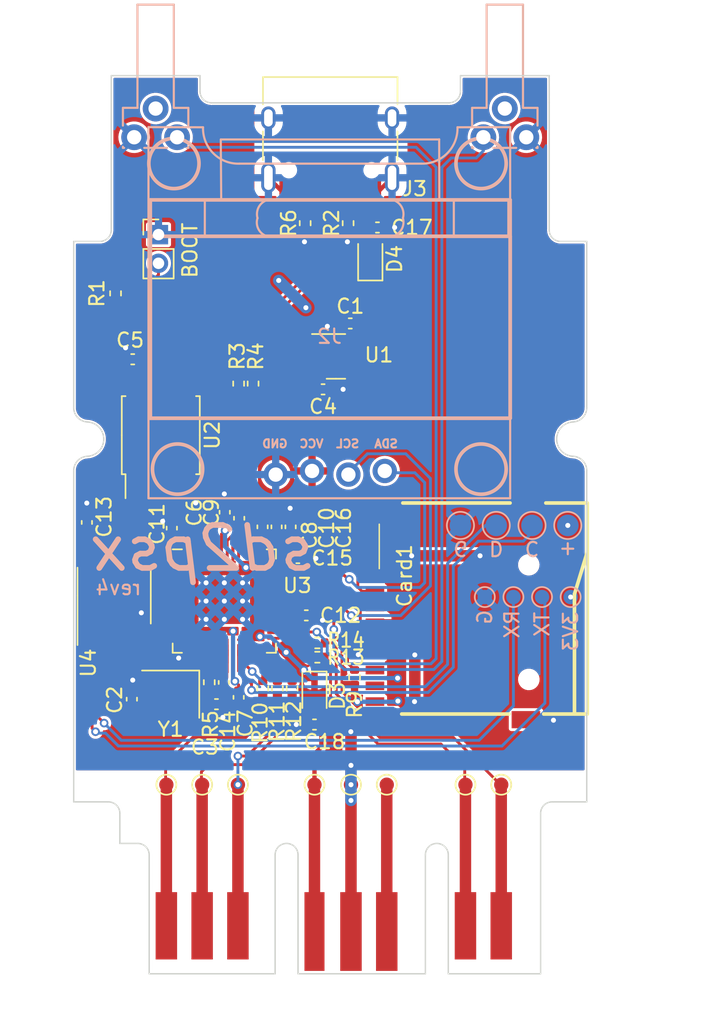
<source format=kicad_pcb>
(kicad_pcb (version 20211014) (generator pcbnew)
  (layers (0 "F.Cu" signal) (31 "B.Cu" signal) (34 "B.Paste" user) (35 "F.Paste" user) (36 "B.SilkS" user "B.Silkscreen") (37 "F.SilkS" user "F.Silkscreen") (38 "B.Mask" user) (39 "F.Mask" user) (44 "Edge.Cuts" user))
  (net 0 "")
  (net 6 "GND")
  (net 7 "+3V3")
  (net 8 "+1V1")
  (net 9 "Net-(R4-Pad2)")
  (net 10 "VBUS")
  (net 11 "Net-(C3-Pad1)")
  (net 12 "Net-(R3-Pad2)")
  (net 13 "SD_MISO")
  (net 14 "SD_CLK")
  (net 15 "SD_MOSI")
  (net 16 "SD_CS")
  (net 18 "Net-(J3-PadA5)")
  (net 19 "D+")
  (net 20 "D-")
  (net 21 "Net-(J3-PadB5)")
  (net 22 "PSX_DAT")
  (net 23 "PSX_CMD")
  (net 24 "PSX_SEL")
  (net 25 "PSX_CLK")
  (net 26 "PSX_ACK")
  (net 27 "XIN")
  (net 28 "XOUT")
  (net 29 "SW1")
  (net 30 "SW2")
  (net 31 "OLED_SCL")
  (net 32 "OLED_SDA")
  (net 33 "QSPI_SS")
  (net 34 "Net-(R1-Pad2)")
  (net 35 "QSPI_SD1")
  (net 36 "QSPI_SD2")
  (net 37 "QSPI_SD0")
  (net 38 "QSPI_SCLK")
  (net 39 "QSPI_SD3")
  (net 40 "SWDIO")
  (net 41 "SWCLK")
  (net 46 "Net-(C1-Pad1)")
  (net 50 "PSX_3.5V")
  (net 51 "PSX_7.5V")
  (net 52 "Net-(R10-Pad2)")
  (net 53 "Net-(R11-Pad2)")
  (net 54 "Net-(R12-Pad2)")
  (net 55 "Net-(R13-Pad2)")
  (net 56 "Net-(R14-Pad2)")
  (net 57 "PSRAM_CS")
  (net 58 "PSRAM_IO1")
  (net 59 "PSRAM_IO2")
  (net 60 "PSRAM_IO0")
  (net 61 "PSRAM_CLK")
  (net 62 "PSRAM_IO3")
  (net 65 "UART_TX")
  (net 66 "UART_RX")
  (footprint "TestPoint:TestPoint_Pad_D1.0mm" (layer "F.Cu") (at 51.85 76)
    (fp_text reference "TP7" hide)
    (fp_text value "TestPoint")
  )
  (footprint "Connector_PinHeader_2.00mm:PinHeader_1x02_P2.00mm_Vertical" (layer "F.Cu") (at 48.8 37.6)
    (fp_text reference "SW3" hide)
    (fp_text value "BOOT")
  )
  (footprint "Resistor_SMD:R_0402_1005Metric" (layer "F.Cu") (at 59.05 36.8 90)
    (fp_text reference "R6")
    (fp_text value "5.1k")
  )
  (footprint "Capacitor_SMD:C_0402_1005Metric" (layer "F.Cu") (at 49.73 58.09 90)
    (fp_text reference "C11")
    (fp_text value "100n")
  )
  (footprint "Capacitor_SMD:C_0402_1005Metric" (layer "F.Cu") (at 47 46.3 180)
    (fp_text reference "C5")
    (fp_text value "100n")
  )
  (footprint "PSX:PlayStation_Memory_Card" (layer "F.Cu") (at 60.8 89.2)
    (fp_text reference "J1")
    (fp_text value "PSX-Memcard")
  )
  (footprint "Capacitor_SMD:C_0402_1005Metric" (layer "F.Cu") (at 54.4375 57.4 90)
    (fp_text reference "C9")
    (fp_text value "100n")
  )
  (footprint "Capacitor_SMD:C_0402_1005Metric" (layer "F.Cu") (at 58.03 58 90)
    (fp_text reference "C16")
    (fp_text value "100n")
  )
  (footprint "Resistor_SMD:R_0402_1005Metric" (layer "F.Cu") (at 62.05 36.8 -90)
    (fp_text reference "R2")
    (fp_text value "5.1k")
  )
  (footprint "TestPoint:TestPoint_Pad_D1.0mm" (layer "F.Cu") (at 62.25 76)
    (fp_text reference "TP4" hide)
    (fp_text value "TestPoint")
  )
  (footprint "Package_SO:SOIC-8_3.9x4.9mm_P1.27mm" (layer "F.Cu") (at 45.7 62.8 90)
    (fp_text reference "U4")
    (fp_text value "LY68L6400SLIT")
  )
  (footprint "Capacitor_SMD:C_0402_1005Metric" (layer "F.Cu") (at 59.1275 64.18)
    (fp_text reference "C12")
    (fp_text value "100n")
  )
  (footprint "Resistor_SMD:R_0402_1005Metric" (layer "F.Cu") (at 55.41 48 -90)
    (fp_text reference "R4")
    (fp_text value "22")
  )
  (footprint "Resistor_SMD:R_0402_1005Metric" (layer "F.Cu") (at 54.4 48 -90)
    (fp_text reference "R3")
    (fp_text value "22")
  )
  (footprint "Capacitor_SMD:C_0402_1005Metric" (layer "F.Cu") (at 54.4 69.9 -90)
    (fp_text reference "C7")
    (fp_text value "100n")
  )
  (footprint "Capacitor_SMD:C_0402_1005Metric" (layer "F.Cu") (at 53.3675 68.86 -90)
    (fp_text reference "C14")
    (fp_text value "100n")
  )
  (footprint "Resistor_SMD:R_0402_1005Metric" (layer "F.Cu") (at 58.1375 69.28 90)
    (fp_text reference "R12")
    (fp_text value "220")
  )
  (footprint "TestPoint:TestPoint_Pad_D1.0mm" (layer "F.Cu") (at 59.7 76)
    (fp_text reference "TP5" hide)
    (fp_text value "TestPoint")
  )
  (footprint "Connector_USB:USB_C_Receptacle_HRO_TYPE-C-31-M-12" (layer "F.Cu") (at 60.8 30.5 180)
    (fp_text reference "J3")
    (fp_text value "USB_C_Receptacle_USB2.0")
  )
  (footprint "Crystal:Crystal_SMD_3225-4Pin_3.2x2.5mm" (layer "F.Cu") (at 49.65 69.68 180)
    (fp_text reference "Y1")
    (fp_text value "12 Mhz")
  )
  (footprint "Diode_SMD:D_SOD-323" (layer "F.Cu") (at 63.6 39.3 90)
    (fp_text reference "D4")
    (fp_text value "1N5819WS")
  )
  (footprint "Capacitor_SMD:C_0402_1005Metric" (layer "F.Cu") (at 52.85 70.380008)
    (fp_text reference "C3")
    (fp_text value "30p")
  )
  (footprint "Capacitor_SMD:C_0402_1005Metric" (layer "F.Cu") (at 57.05 58 90)
    (fp_text reference "C10")
    (fp_text value "1u")
  )
  (footprint "TestPoint:TestPoint_Pad_D1.0mm" (layer "F.Cu") (at 49.35 76)
    (fp_text reference "TP8" hide)
    (fp_text value "TestPoint")
  )
  (footprint "Capacitor_SMD:C_0402_1005Metric" (layer "F.Cu") (at 43.795 57.69 90)
    (fp_text reference "C13")
    (fp_text value "100n")
  )
  (footprint "Resistor_SMD:R_0402_1005Metric" (layer "F.Cu") (at 52.3475 68.85 -90)
    (fp_text reference "R5")
    (fp_text value "1k")
  )
  (footprint "Package_SO:SOIC-8_5.23x5.23mm_P1.27mm" (layer "F.Cu") (at 48.96 51.6 90)
    (fp_text reference "U2")
    (fp_text value "W25Q128JVS")
  )
  (footprint "Capacitor_SMD:C_0402_1005Metric" (layer "F.Cu") (at 59.7 71.8)
    (fp_text reference "C18")
    (fp_text value "4.7u")
  )
  (footprint "RP2040_minimal:RP2040-QFN-56" (layer "F.Cu") (at 53.4 63.18)
    (fp_text reference "U3")
    (fp_text value "RP2040")
  )
  (footprint "Resistor_SMD:R_0402_1005Metric" (layer "F.Cu") (at 59.9 66.1 180)
    (fp_text reference "R14")
    (fp_text value "22")
  )
  (footprint "Capacitor_SMD:C_0402_1005Metric" (layer "F.Cu") (at 64.1 37.1 180)
    (fp_text reference "C17")
    (fp_text value "4.7u")
  )
  (footprint "Resistor_SMD:R_0402_1005Metric" (layer "F.Cu") (at 56.0875 69.28 90)
    (fp_text reference "R10")
    (fp_text value "22")
  )
  (footprint "Capacitor_SMD:C_0402_1005Metric" (layer "F.Cu") (at 53.4275 56.98 90)
    (fp_text reference "C6")
    (fp_text value "100n")
  )
  (footprint "Capacitor_SMD:C_0402_1005Metric" (layer "F.Cu") (at 62.2 43.8 180)
    (fp_text reference "C1")
    (fp_text value "1u")
  )
  (footprint "TestPoint:TestPoint_Pad_D1.0mm" (layer "F.Cu") (at 70.25 76)
    (fp_text reference "TP2" hide)
    (fp_text value "TestPoint")
  )
  (footprint "Resistor_SMD:R_0402_1005Metric" (layer "F.Cu") (at 45.8 41.7 90)
    (fp_text reference "R1")
    (fp_text value "1k")
  )
  (footprint "TestPoint:TestPoint_Pad_D1.0mm" (layer "F.Cu") (at 64.75 76)
    (fp_text reference "TP3" hide)
    (fp_text value "TestPoint")
  )
  (footprint "Resistor_SMD:R_0402_1005Metric" (layer "F.Cu") (at 62.5 68.5 90)
    (fp_text reference "R9")
    (fp_text value "10k")
  )
  (footprint "Diode_SMD:D_SOD-323" (layer "F.Cu") (at 59.7 69.6 -90)
    (fp_text reference "D3")
    (fp_text value "1N5819WS")
  )
  (footprint "kicad_lceda:TF-SMD_TF-01A" (layer "F.Cu") (at 69.2 63.7 90)
    (fp_text reference "Card1")
    (fp_text value "TF-01A")
  )
  (footprint "TestPoint:TestPoint_Pad_D1.0mm" (layer "F.Cu") (at 72.75 76)
    (fp_text reference "TP1" hide)
    (fp_text value "TestPoint")
  )
  (footprint "Capacitor_SMD:C_0402_1005Metric" (layer "F.Cu") (at 46.9375 70.03 90)
    (fp_text reference "C2")
    (fp_text value "30p")
  )
  (footprint "Capacitor_SMD:C_0402_1005Metric" (layer "F.Cu") (at 58.5375 60.18)
    (fp_text reference "C15")
    (fp_text value "100n")
  )
  (footprint "Resistor_SMD:R_0402_1005Metric" (layer "F.Cu") (at 57.1075 69.28 90)
    (fp_text reference "R11")
    (fp_text value "220")
  )
  (footprint "Capacitor_SMD:C_0402_1005Metric" (layer "F.Cu") (at 56.07 58 90)
    (fp_text reference "C8")
    (fp_text value "1u")
  )
  (footprint "Package_TO_SOT_SMD:SOT-23" (layer "F.Cu") (at 61.2 46.1)
    (fp_text reference "U1")
    (fp_text value "XC6206P332MR")
  )
  (footprint "Resistor_SMD:R_0402_1005Metric" (layer "F.Cu") (at 59.9 67.1 180)
    (fp_text reference "R13")
    (fp_text value "220")
  )
  (footprint "TestPoint:TestPoint_Pad_D1.0mm" (layer "F.Cu") (at 54.35 76)
    (fp_text reference "TP6" hide)
    (fp_text value "TestPoint")
  )
  (footprint "Capacitor_SMD:C_0402_1005Metric" (layer "F.Cu") (at 60.3 48.4)
    (fp_text reference "C4")
    (fp_text value "1u")
  )
  (footprint "kicad_lceda:SW-TH_TSC017A10026A" (layer "B.Cu") (at 73 29.8)
    (fp_text reference "SW1" hide)
    (fp_text value locked "USER1")
  )
  (footprint "TestPoint:TestPoint_Pad_D1.5mm" (layer "B.Cu") (at 74.9 57.9 180)
    (fp_text reference "J6" hide)
    (fp_text value "C")
  )
  (footprint "TestPoint:TestPoint_Pad_D1.5mm" (layer "B.Cu") (at 77.4 57.9 180)
    (fp_text reference "J4" hide)
    (fp_text value "+")
  )
  (footprint "TestPoint:TestPoint_Pad_D1.5mm" (layer "B.Cu") (at 72.4 57.9 180)
    (fp_text reference "J5" hide)
    (fp_text value "D")
  )
  (footprint "TestPoint:TestPoint_Pad_D1.0mm" (layer "B.Cu") (at 71.6 62.9 180)
    (fp_text reference "J18" hide)
    (fp_text value "G")
  )
  (footprint "TestPoint:TestPoint_Pad_D1.5mm" (layer "B.Cu") (at 69.9 57.9 180)
    (fp_text reference "J7" hide)
    (fp_text value "G")
  )
  (footprint "TestPoint:TestPoint_Pad_D1.0mm" (layer "B.Cu") (at 73.6 62.9 180)
    (fp_text reference "J9" hide)
    (fp_text value "RX")
  )
  (footprint "kicad_lceda:SSD1306" (layer "B.Cu") (at 60.8 44.7)
    (fp_text reference "J2")
    (fp_text value "OLED")
  )
  (footprint "TestPoint:TestPoint_Pad_D1.0mm" (layer "B.Cu") (at 75.6 62.9 180)
    (fp_text reference "J8" hide)
    (fp_text value "TX")
  )
  (footprint "TestPoint:TestPoint_Pad_D1.0mm" (layer "B.Cu") (at 77.6 62.9 180)
    (fp_text reference "J19" hide)
    (fp_text value "3V3")
  )
  (footprint "kicad_lceda:SW-TH_TSC017A10026A" (layer "B.Cu") (at 48.6 29.8)
    (fp_text reference "SW2" hide)
    (fp_text value "USER2")
  )
  (gr_line (start 76.901 38.075) (end 78.725 38.075) (layer "Edge.Cuts") (width 0.1))
  (gr_line (start 69.05 89.2) (end 69.05 80.9) (layer "Edge.Cuts") (width 0.1))
  (gr_arc (start 78.725 49.677274) (mid 78.44801 50.368154) (end 77.770454 50.676241) (layer "Edge.Cuts") (width 0.1))
  (gr_line (start 67.45 89.2) (end 58.55 89.2) (layer "Edge.Cuts") (width 0.1))
  (gr_arc (start 67.45 80.9) (mid 68.25 80.1) (end 69.05 80.9) (layer "Edge.Cuts") (width 0.1))
  (gr_arc (start 69.89999 27.59999) (mid 69.665671 28.165662) (end 69.09998 28.39999) (layer "Edge.Cuts") (width 0.1))
  (gr_arc (start 47.34999 80.09999) (mid 47.91572 80.334286) (end 48.15001 80.9) (layer "Edge.Cuts") (width 0.1))
  (gr_arc (start 42.87499 54.072727) (mid 43.151985 53.381871) (end 43.82954 53.07376) (layer "Edge.Cuts") (width 0.1))
  (gr_arc (start 76.901 38.075) (mid 76.335281 37.840703) (end 76.101 37.275) (layer "Edge.Cuts") (width 0.1))
  (gr_arc (start 77.770454 53.07376) (mid 76.624997 51.874997) (end 77.770454 50.676241) (layer "Edge.Cuts") (width 0.1))
  (gr_line (start 46.09999 80.09999) (end 46.09999 77.99999) (layer "Edge.Cuts") (width 0.1))
  (gr_line (start 56.95 89.2) (end 48.15 89.2) (layer "Edge.Cuts") (width 0.1))
  (gr_line (start 42.87499 77.19999) (end 42.87499 54.072727) (layer "Edge.Cuts") (width 0.1))
  (gr_arc (start 43.82954 50.67624) (mid 44.974997 51.874997) (end 43.82954 53.07376) (layer "Edge.Cuts") (width 0.1))
  (gr_line (start 76.1 26.5) (end 76.101 28.4) (layer "Edge.Cuts") (width 0.1))
  (gr_arc (start 45.49899 37.27499) (mid 45.264674 37.840659) (end 44.69899 38.07499) (layer "Edge.Cuts") (width 0.1))
  (gr_line (start 48.15 89.2) (end 48.15 80.9) (layer "Edge.Cuts") (width 0.1))
  (gr_line (start 47.34999 80.09999) (end 46.09999 80.09999) (layer "Edge.Cuts") (width 0.1))
  (gr_arc (start 43.82954 50.67624) (mid 43.151977 50.368136) (end 42.87499 49.677274) (layer "Edge.Cuts") (width 0.1))
  (gr_line (start 69.89999 26.5) (end 76.1 26.5) (layer "Edge.Cuts") (width 0.1))
  (gr_line (start 58.55 89.2) (end 58.55 80.9) (layer "Edge.Cuts") (width 0.1))
  (gr_arc (start 56.95 80.9) (mid 57.75 80.1) (end 58.55 80.9) (layer "Edge.Cuts") (width 0.1))
  (gr_line (start 42.87499 49.677274) (end 42.87499 38.07499) (layer "Edge.Cuts") (width 0.1))
  (gr_arc (start 77.770454 53.07376) (mid 78.448019 53.381862) (end 78.725 54.072726) (layer "Edge.Cuts") (width 0.1))
  (gr_line (start 45.49999 26.49999) (end 51.69999 26.49999) (layer "Edge.Cuts") (width 0.1))
  (gr_line (start 78.725 38.075) (end 78.725 49.677274) (layer "Edge.Cuts") (width 0.1))
  (gr_arc (start 75.5 78) (mid 75.734317 77.43433) (end 76.3 77.2) (layer "Edge.Cuts") (width 0.1))
  (gr_line (start 45.29999 77.19999) (end 42.87499 77.19999) (layer "Edge.Cuts") (width 0.1))
  (gr_line (start 52.49999 28.39999) (end 69.09998 28.39999) (layer "Edge.Cuts") (width 0.1))
  (gr_line (start 45.49999 28.39999) (end 45.49999 26.49999) (layer "Edge.Cuts") (width 0.1))
  (gr_line (start 76.101 28.4) (end 76.101 37.275) (layer "Edge.Cuts") (width 0.1))
  (gr_line (start 45.49899 37.27499) (end 45.49999 28.39999) (layer "Edge.Cuts") (width 0.1))
  (gr_line (start 75.5 89.2) (end 69.05 89.2) (layer "Edge.Cuts") (width 0.1))
  (gr_line (start 78.725 54.072726) (end 78.725 77.2) (layer "Edge.Cuts") (width 0.1))
  (gr_line (start 69.89999 27.59999) (end 69.89999 26.5) (layer "Edge.Cuts") (width 0.1))
  (gr_arc (start 45.29999 77.19999) (mid 45.865652 77.434318) (end 46.10001 77.99999) (layer "Edge.Cuts") (width 0.1))
  (gr_arc (start 52.49999 28.39999) (mid 51.934281 28.165689) (end 51.70001 27.59999) (layer "Edge.Cuts") (width 0.1))
  (gr_line (start 42.87499 38.07499) (end 44.69899 38.07499) (layer "Edge.Cuts") (width 0.1))
  (gr_line (start 56.95 80.9) (end 56.95 89.2) (layer "Edge.Cuts") (width 0.1))
  (gr_line (start 51.69999 26.49999) (end 51.69999 27.59999) (layer "Edge.Cuts") (width 0.1))
  (gr_line (start 67.45 80.9) (end 67.45 89.2) (layer "Edge.Cuts") (width 0.1))
  (gr_line (start 75.5 78) (end 75.5 89.2) (layer "Edge.Cuts") (width 0.1))
  (gr_line (start 78.725 77.2) (end 76.3 77.2) (layer "Edge.Cuts") (width 0.1))
  (gr_text "rev4" (at 46 62.25) (layer "B.SilkS") (effects (font (size 1 1)) (justify mirror)))
  (gr_text "sd2psx" (at 52 59.5) (layer "B.SilkS") (effects (font (size 3 3) (thickness 0.4) italic) (justify mirror)))
  (segment (start 43.795 57.21) (end 43.795 56.345) (width 0.3) (layer "F.Cu") (net 6))
  (segment (start 76.36 71.46) (end 76.4 71.5) (width 0.2) (layer "F.Cu") (net 6))
  (segment (start 62.25 72.31) (end 62.24 72.3) (width 0.8) (layer "F.Cu") (net 6))
  (segment (start 62.781 66.899) (end 62.76 66.92) (width 0.2) (layer "F.Cu") (net 6))
  (segment (start 53.330008 70.38) (end 54.4 70.38) (width 0.2) (layer "F.Cu") (net 6))
  (segment (start 52.4 67.2) (end 52.4 66.6175) (width 0.2) (layer "F.Cu") (net 6))
  (segment (start 47.605 65.275) (end 47.605 64.005) (width 0.2) (layer "F.Cu") (net 6))
  (segment (start 53.3675 69.34) (end 53.3675 70.342508) (width 0.2) (layer "F.Cu") (net 6))
  (segment (start 53.33 70.380008) (end 53.33 71.27) (width 0.2) (layer "F.Cu") (net 6))
  (segment (start 64.05 34.545) (end 64.205 34.545) (width 0.3) (layer "F.Cu") (net 6))
  (segment (start 62.25 76) (end 62.25 72.31) (width 0.8) (layer "F.Cu") (net 6))
  (segment (start 59.22 71.8) (end 58.43 71.8) (width 0.2) (layer "F.Cu") (net 6))
  (segment (start 56.07 57.52) (end 57.05 57.52) (width 0.2) (layer "F.Cu") (net 6))
  (segment (start 53.4275 55.7275) (end 53.4 55.7) (width 0.2) (layer "F.Cu") (net 6))
  (segment (start 50.865 55.2) (end 50.865 55.795) (width 0.2) (layer "F.Cu") (net 6))
  (segment (start 66.49 60.02) (end 71.27 60.02) (width 0.8) (layer "F.Cu") (net 6))
  (segment (start 57.55 34.545) (end 57.395 34.545) (width 0.3) (layer "F.Cu") (net 6))
  (segment (start 50.865 55.795) (end 51.4 56.33) (width 0.2) (layer "F.Cu") (net 6))
  (segment (start 74.476 71.46) (end 76.36 71.46) (width 0.2) (layer "F.Cu") (net 6))
  (segment (start 60.8 43.8) (end 61.72 43.8) (width 0.2) (layer "F.Cu") (net 6))
  (segment (start 53.4275 56.5) (end 53.4275 55.7275) (width 0.2) (layer "F.Cu") (net 6))
  (segment (start 57.395 34.545) (end 56.48 33.63) (width 0.3) (layer "F.Cu") (net 6))
  (segment (start 60.2625 44.3375) (end 60.6 44) (width 0.2) (layer "F.Cu") (net 6))
  (segment (start 59.92 64.18) (end 60.26 64.52) (width 0.2) (layer "F.Cu") (net 6))
  (segment (start 62.05 38.05) (end 62 38.1) (width 0.2) (layer "F.Cu") (net 6))
  (segment (start 46.9375 68.7625) (end 47 68.7) (width 0.2) (layer "F.Cu") (net 6))
  (segment (start 54.0175 56.5) (end 54.4375 56.92) (width 0.2) (layer "F.Cu") (net 6))
  (segment (start 66.71 70.18) (end 66.69 70.2) (width 0.8) (layer "F.Cu") (net 6))
  (segment (start 57.05 57.52) (end 58.03 57.52) (width 0.2) (layer "F.Cu") (net 6))
  (segment (start 63.924 66.899) (end 62.781 66.899) (width 0.2) (layer "F.Cu") (net 6))
  (segment (start 59.0175 60.18) (end 59.78 60.18) (width 0.2) (layer "F.Cu") (net 6))
  (segment (start 64.58 37.1) (end 65.3 37.1) (width 0.2) (layer "F.Cu") (net 6))
  (segment (start 60.6 44) (end 60.8 43.8) (width 0.2) (layer "F.Cu") (net 6))
  (segment (start 43.795 56.345) (end 43.79 56.34) (width 0.3) (layer "F.Cu") (net 6))
  (segment (start 53.33 70.380008) (end 53.330008 70.38) (width 0.2) (layer "F.Cu") (net 6))
  (segment (start 59.05 37.31) (end 59.05 38.05) (width 0.2) (layer "F.Cu") (net 6))
  (segment (start 50.41 67.36) (end 52.24 67.36) (width 0.2) (layer "F.Cu") (net 6))
  (segment (start 62.25 86.25) (end 62.25 77.1) (width 0.8) (layer "F.Cu") (net 6))
  (segment (start 46.9375 69.55) (end 46.9375 68.7625) (width 0.2) (layer "F.Cu") (net 6))
  (segment (start 60.2625 45.15) (end 60.2625 44.3375) (width 0.2) (layer "F.Cu") (net 6))
  (segment (start 62.25 77.1) (end 62.25 76) (width 0.8) (layer "F.Cu") (net 6))
  (segment (start 64.205 34.545) (end 65.12 33.63) (width 0.3) (layer "F.Cu") (net 6))
  (segment (start 59.78 60.18) (end 59.8 60.2) (width 0.2) (layer "F.Cu") (net 6))
  (segment (start 51.52 71.3) (end 50.75 70.53) (width 0.2) (layer "F.Cu") (net 6))
  (segment (start 46.9375 69.55) (end 47.83 69.55) (width 0.2) (layer "F.Cu") (net 6))
  (segment (start 60.78 48.4) (end 61.7 48.4) (width 0.2) (layer "F.Cu") (net 6))
  (segment (start 53.3675 70.342508) (end 53.33 70.380008) (width 0.2) (layer "F.Cu") (net 6))
  (segment (start 46.52 46.3) (end 46.52 45.52) (width 0.2) (layer "F.Cu") (net 6))
  (segment (start 46.52 45.52) (end 46.5 45.5) (width 0.2) (layer "F.Cu") (net 6))
  (segment (start 47.605 64.005) (end 47.6 64) (width 0.2) (layer "F.Cu") (net 6))
  (segment (start 53.4275 56.5) (end 54.0175 56.5) (width 0.2) (layer "F.Cu") (net 6))
  (segment (start 58.03 56.73) (end 58 56.7) (width 0.2) (layer "F.Cu") (net 6))
  (segment (start 59.05 38.05) (end 59 38.1) (width 0.2) (layer "F.Cu") (net 6))
  (segment (start 62.05 37.31) (end 62.05 38.05) (width 0.2) (layer "F.Cu") (net 6))
  (segment (start 58.03 57.52) (end 58.03 56.73) (width 0.2) (layer "F.Cu") (net 6))
  (segment (start 47.83 69.55) (end 48.55 68.83) (width 0.2) (layer "F.Cu") (net 6))
  (segment (start 50.21 67.16) (end 50.41 67.36) (width 0.2) (layer "F.Cu") (net 6))
  (segment (start 59.6075 64.18) (end 59.92 64.18) (width 0.2) (layer "F.Cu") (net 6))
  (segment (start 52.24 67.36) (end 52.4 67.2) (width 0.2) (layer "F.Cu") (net 6))
  (segment (start 53.3 71.3) (end 51.52 71.3) (width 0.2) (layer "F.Cu") (net 6))
  (segment (start 49.73 57.61) (end 49.09 57.61) (width 0.2) (layer "F.Cu") (net 6))
  (segment (start 53.33 71.27) (end 53.3 71.3) (width 0.2) (layer "F.Cu") (net 6))
  (segment (start 66.71 66.94) (end 66.71 70.18) (width 0.8) (layer "F.Cu") (net 6))
  (via (at 65.3 37.1) (size 0.6) (drill 0.35) (layers "F.Cu" "B.Cu") (net 6))
  (via (at 60.6 44) (size 0.6) (drill 0.35) (layers "F.Cu" "B.Cu") (net 6))
  (via (at 59.8 60.2) (size 0.6) (drill 0.35) (layers "F.Cu" "B.Cu") (net 6))
  (via (at 66.71 66.94) (size 0.6) (drill 0.35) (layers "F.Cu" "B.Cu") (net 6))
  (via (at 62.25 76) (size 0.6) (drill 0.35) (layers "F.Cu" "B.Cu") (net 6))
  (via (at 62.24 72.3) (size 0.6) (drill 0.35) (layers "F.Cu" "B.Cu") (net 6))
  (via (at 51.4 56.33) (size 0.6) (drill 0.35) (layers "F.Cu" "B.Cu") (net 6))
  (via (at 66.69 70.2) (size 0.6) (drill 0.35) (layers "F.Cu" "B.Cu") (net 6))
  (via (at 66.49 60.02) (size 0.6) (drill 0.35) (layers "F.Cu" "B.Cu") (net 6))
  (via (at 47.6 64) (size 0.6) (drill 0.35) (layers "F.Cu" "B.Cu") (net 6))
  (via (at 50.21 67.16) (size 0.6) (drill 0.35) (layers "F.Cu" "B.Cu") (net 6))
  (via (at 62.76 66.92) (size 0.6) (drill 0.35) (layers "F.Cu" "B.Cu") (net 6))
  (via (at 53.3 71.3) (size 0.6) (drill 0.35) (layers "F.Cu" "B.Cu") (net 6))
  (via (at 62 38.1) (size 0.6) (drill 0.35) (layers "F.Cu" "B.Cu") (net 6))
  (via (at 47 68.7) (size 0.6) (drill 0.35) (layers "F.Cu" "B.Cu") (net 6))
  (via (at 61.7 48.4) (size 0.6) (drill 0.35) (layers "F.Cu" "B.Cu") (net 6))
  (via (at 62.25 77.1) (size 0.6) (drill 0.35) (layers "F.Cu" "B.Cu") (net 6))
  (via (at 46.5 45.5) (size 0.6) (drill 0.35) (layers "F.Cu" "B.Cu") (net 6))
  (via (at 59 38.1) (size 0.6) (drill 0.35) (layers "F.Cu" "B.Cu") (net 6))
  (via (at 71.27 60.02) (size 0.6) (drill 0.35) (layers "F.Cu" "B.Cu") (net 6))
  (via (at 58.43 71.8) (size 0.6) (drill 0.35) (layers "F.Cu" "B.Cu") (net 6))
  (via (at 76.4 71.5) (size 0.6) (drill 0.35) (layers "F.Cu" "B.Cu") (net 6))
  (via (at 49.09 57.61) (size 0.6) (drill 0.35) (layers "F.Cu" "B.Cu") (net 6))
  (via (at 53.4 55.7) (size 0.6) (drill 0.35) (layers "F.Cu" "B.Cu") (net 6))
  (via (at 43.79 56.34) (size 0.6) (drill 0.35) (layers "F.Cu" "B.Cu") (net 6))
  (via (at 58 56.7) (size 0.6) (drill 0.35) (layers "F.Cu" "B.Cu") (net 6))
  (via (at 60.26 64.52) (size 0.6) (drill 0.35) (layers "F.Cu" "B.Cu") (net 6))
  (via (at 62.25 74.65) (size 0.6) (drill 0.35) (layers "F.Cu" "B.Cu") (net 6))
  (segment (start 62.25 76) (end 62.25 74.65) (width 0.8) (layer "B.Cu") (net 6))
  (segment (start 62.25 76) (end 62.25 77.1) (width 0.8) (layer "B.Cu") (net 6))
  (segment (start 53.6 59.7425) (end 53.6 58.96) (width 0.2) (layer "F.Cu") (net 7))
  (segment (start 50.7 60.58) (end 50.77 60.65) (width 0.2) (layer "F.Cu") (net 7))
  (segment (start 56.8075 59.7425) (end 57.11 59.44) (width 0.2) (layer "F.Cu") (net 7))
  (segment (start 53.79 58.77) (end 54.4375 58.1225) (width 0.2) (layer "F.Cu") (net 7))
  (segment (start 49.9625 59.7825) (end 49.73 59.55) (width 0.2) (layer "F.Cu") (net 7))
  (segment (start 49.9625 64.18) (end 50.7 64.18) (width 0.2) (layer "F.Cu") (net 7))
  (segment (start 55.6 59.7425) (end 56 59.7425) (width 0.2) (layer "F.Cu") (net 7))
  (segment (start 53.6 60.42) (end 53.53 60.49) (width 0.2) (layer "F.Cu") (net 7))
  (segment (start 59.82 47.88) (end 60.2625 47.4375) (width 0.3) (layer "F.Cu") (net 7))
  (segment (start 57.11 58.54) (end 57.05 58.48) (width 0.2) (layer "F.Cu") (net 7))
  (segment (start 59.82 48.4) (end 59.82 47.88) (width 0.3) (layer "F.Cu") (net 7))
  (segment (start 57.11 59.44) (end 57.11 58.54) (width 0.2) (layer "F.Cu") (net 7))
  (segment (start 54 60.33) (end 53.8 60.53) (width 0.2) (layer "F.Cu") (net 7))
  (segment (start 58.0575 59.3325) (end 59.0925 59.3325) (width 0.3) (layer "F.Cu") (net 7))
  (segment (start 57.11 59.44) (end 57.95 59.44) (width 0.3) (layer "F.Cu") (net 7))
  (segment (start 56.8375 64.18) (end 58.6475 64.18) (width 0.2) (layer "F.Cu") (net 7))
  (segment (start 54 58.98) (end 53.79 58.77) (width 0.2) (layer "F.Cu") (net 7))
  (segment (start 56.8375 60.58) (end 57.6575 60.58) (width 0.2) (layer "F.Cu") (net 7))
  (segment (start 53.6 58.96) (end 53.79 58.77) (width 0.2) (layer "F.Cu") (net 7))
  (segment (start 49.9625 60.58) (end 49.9625 59.7825) (width 0.2) (layer "F.Cu") (net 7))
  (segment (start 57.95 59.44) (end 58.0575 59.3325) (width 0.3) (layer "F.Cu") (net 7))
  (segment (start 55.2 66.6175) (end 55.2 65.82) (width 0.2) (layer "F.Cu") (net 7))
  (segment (start 54 59.7425) (end 54 60.33) (width 0.2) (layer "F.Cu") (net 7))
  (segment (start 47.055 47.245) (end 47.055 48) (width 0.3) (layer "F.Cu") (net 7))
  (segment (start 56 60.49) (end 56 59.7425) (width 0.2) (layer "F.Cu") (net 7))
  (segment (start 55.6 60.25) (end 55.92 60.57) (width 0.2) (layer "F.Cu") (net 7))
  (segment (start 53.6 68.1475) (end 53.3675 68.38) (width 0.2) (layer "F.Cu") (net 7))
  (segment (start 58.0575 59.3325) (end 58.0575 58.5075) (width 0.3) (layer "F.Cu") (net 7))
  (segment (start 56.8375 64.18) (end 56.02 64.18) (width 0.2) (layer "F.Cu") (net 7))
  (segment (start 53.6 59.7425) (end 53.6 60.42) (width 0.2) (layer "F.Cu") (net 7))
  (segment (start 56.8375 60.58) (end 55.93 60.58) (width 0.2) (layer "F.Cu") (net 7))
  (segment (start 55.93 60.58) (end 55.92 60.57) (width 0.2) (layer "F.Cu") (net 7))
  (segment (start 56 59.7425) (end 56.8075 59.7425) (width 0.2) (layer "F.Cu") (net 7))
  (segment (start 58.955 67.995) (end 59.51 68.55) (width 0.3) (layer "F.Cu") (net 7))
  (segment (start 47.48 46.3) (end 47.48 46.82) (width 0.3) (layer "F.Cu") (net 7))
  (segment (start 50.7 64.18) (end 50.76 64.12) (width 0.2) (layer "F.Cu") (net 7))
  (segment (start 43.795 60.325) (end 43.795 58.17) (width 0.3) (layer "F.Cu") (net 7))
  (segment (start 49.9625 60.58) (end 50.7 60.58) (width 0.2) (layer "F.Cu") (net 7))
  (segment (start 47.48 46.82) (end 47.055 47.245) (width 0.3) (layer "F.Cu") (net 7))
  (segment (start 62.5 69.01) (end 62.5 70.01) (width 0.2) (layer "F.Cu") (net 7))
  (segment (start 55.92 60.57) (end 56 60.49) (width 0.2) (layer "F.Cu") (net 7))
  (segment (start 53.6 66.02) (end 53.34 65.76) (width 0.2) (layer "F.Cu") (net 7))
  (segment (start 54.4375 58.1225) (end 54.4375 57.88) (width 0.2) (layer "F.Cu") (net 7))
  (segment (start 55.2 65.82) (end 55.33 65.69) (width 0.2) (layer "F.Cu") (net 7))
  (segment (start 62.5 70.01) (end 62.7 70.21) (width 0.2) (layer "F.Cu") (net 7))
  (segment (start 57.6575 60.58) (end 58.0575 60.18) (width 0.2) (layer "F.Cu") (net 7))
  (segment (start 53.6 66.6175) (end 53.6 68.1475) (width 0.2) (layer "F.Cu") (net 7))
  (segment (start 58.0575 60.18) (end 58.0575 59.3325) (width 0.3) (layer "F.Cu") (net 7))
  (segment (start 59.0925 59.3325) (end 59.11 59.35) (width 0.3) (layer "F.Cu") (net 7))
  (segment (start 55.6 59.7425) (end 55.6 60.25) (width 0.2) (layer "F.Cu") (net 7))
  (segment (start 54 59.7425) (end 54 58.98) (width 0.2) (layer "F.Cu") (net 7))
  (segment (start 49.73 59.55) (end 49.73 58.57) (width 0.2) (layer "F.Cu") (net 7))
  (segment (start 60.2625 47.4375) (end 60.2625 47.05) (width 0.3) (layer "F.Cu") (net 7))
  (segment (start 58.0575 58.5075) (end 58.03 58.48) (width 0.3) (layer "F.Cu") (net 7))
  (segment (start 56.02 64.18) (end 55.95 64.25) (width 0.2) (layer "F.Cu") (net 7))
  (segment (start 53.6 66.6175) (end 53.6 66.02) (width 0.2) (layer "F.Cu") (net 7))
  (segment (start 58.03 59.21) (end 58.03 58.48) (width 0.2) (layer "F.Cu") (net 7))
  (segment (start 59.51 68.55) (end 59.7 68.55) (width 0.3) (layer "F.Cu") (net 7))
  (via (at 59.1 42.7) (size 0.6) (drill 0.35) (layers "F.Cu" "B.Cu") (net 7))
  (via (at 77.4 57.9) (size 0.6) (drill 0.35) (layers "F.Cu" "B.Cu") (net 7))
  (via (at 55.89 65.66) (size 0.6) (drill 0.35) (layers "F.Cu" "B.Cu") (net 7))
  (via (at 62.7 70.21) (size 0.6) (drill 0.35) (layers "F.Cu" "B.Cu") (net 7))
  (via (at 77.6 62.9) (size 0.6) (drill 0.35) (layers "F.Cu" "B.Cu") (net 7))
  (via (at 57.72 66.76) (size 0.6) (drill 0.35) (layers "F.Cu" "B.Cu") (net 7))
  (via (at 58.955 67.995) (size 0.6) (drill 0.35) (layers "F.Cu" "B.Cu") (net 7))
  (via (at 57.2 40.8) (size 0.6) (drill 0.35) (layers "F.Cu" "B.Cu") (net 7))
  (via (at 65.51 68.56) (size 0.6) (drill 0.35) (layers "F.Cu" "B.Cu") (net 7))
  (via (at 65.53 70.16) (size 0.6) (drill 0.35) (layers "F.Cu" "B.Cu") (net 7))
  (segment (start 59.1 42.7) (end 57.2 40.8) (width 0.8) (layer "B.Cu") (net 7))
  (segment (start 57.72 66.76) (end 58.955 67.995) (width 0.3) (layer "B.Cu") (net 7))
  (segment (start 65.51 68.56) (end 59.52 68.56) (width 0.3) (layer "B.Cu") (net 7))
  (segment (start 62.7 70.21) (end 65.48 70.21) (width 0.3) (layer "B.Cu") (net 7))
  (segment (start 56.62 65.66) (end 57.72 66.76) (width 0.3) (layer "B.Cu") (net 7))
  (segment (start 59.52 68.56) (end 58.955 67.995) (width 0.3) (layer "B.Cu") (net 7))
  (segment (start 55.89 65.66) (end 56.62 65.66) (width 0.3) (layer "B.Cu") (net 7))
  (segment (start 65.48 70.21) (end 65.53 70.16) (width 0.2) (layer "B.Cu") (net 7))
  (segment (start 54.14 68.78) (end 54.4 69.04) (width 0.2) (layer "F.Cu") (net 8))
  (segment (start 53.45 58.26) (end 53.2 58.51) (width 0.2) (layer "F.Cu") (net 8))
  (segment (start 55.92 58.48) (end 56.07 58.48) (width 0.2) (layer "F.Cu") (net 8))
  (segment (start 53.45 57.4825) (end 53.4275 57.46) (width 0.2) (layer "F.Cu") (net 8))
  (segment (start 54 68.64) (end 54 66.6175) (width 0.2) (layer "F.Cu") (net 8))
  (segment (start 55.2 59.7425) (end 55.2 60.55) (width 0.2) (layer "F.Cu") (net 8))
  (segment (start 54.14 68.78) (end 54 68.64) (width 0.2) (layer "F.Cu") (net 8))
  (segment (start 54.4 69.04) (end 54.4 69.42) (width 0.2) (layer "F.Cu") (net 8))
  (segment (start 54 66.6175) (end 54 65.29) (width 0.2) (layer "F.Cu") (net 8))
  (segment (start 54 65.29) (end 54.01 65.28) (width 0.2) (layer "F.Cu") (net 8))
  (segment (start 55.2 59.7425) (end 55.2 59.2) (width 0.2) (layer "F.Cu") (net 8))
  (segment (start 53.45 58.26) (end 53.45 57.4825) (width 0.2) (layer "F.Cu") (net 8))
  (segment (start 53.2 58.51) (end 53.2 59.7425) (width 0.2) (layer "F.Cu") (net 8))
  (segment (start 55.2 59.2) (end 55.92 58.48) (width 0.2) (layer "F.Cu") (net 8))
  (segment (start 55.2 60.55) (end 54.91 60.84) (width 0.2) (layer "F.Cu") (net 8))
  (via (at 54.91 60.84) (size 0.6) (drill 0.35) (layers "F.Cu" "B.Cu") (net 8))
  (via (at 54.14 68.78) (size 0.6) (drill 0.35) (layers "F.Cu" "B.Cu") (net 8))
  (via (at 53.45 58.26) (size 0.6) (drill 0.35) (layers "F.Cu" "B.Cu") (net 8))
  (via (at 54.01 65.28) (size 0.6) (drill 0.35) (layers "F.Cu" "B.Cu") (net 8))
  (segment (start 53.45 59.38) (end 54.91 60.84) (width 0.3) (layer "B.Cu") (net 8))
  (segment (start 53.45 58.26) (end 53.45 59.38) (width 0.3) (layer "B.Cu") (net 8))
  (segment (start 54.01 68.65) (end 54.01 65.28) (width 0.3) (layer "B.Cu") (net 8))
  (segment (start 54.14 68.78) (end 54.01 68.65) (width 0.3) (layer "B.Cu") (net 8))
  (segment (start 54.8 59.03) (end 55.45 58.38) (width 0.2) (layer "F.Cu") (net 9))
  (segment (start 55.45 58.38) (end 55.45 48.55) (width 0.2) (layer "F.Cu") (net 9))
  (segment (start 54.8 59.7425) (end 54.8 59.03) (width 0.2) (layer "F.Cu") (net 9))
  (segment (start 55.45 48.55) (end 55.41 48.51) (width 0.2) (layer "F.Cu") (net 9))
  (segment (start 63.62 37.1) (end 63.62 38.23) (width 0.3) (layer "F.Cu") (net 10))
  (segment (start 62.570969 33.070969) (end 63.25 33.75) (width 0.3) (layer "F.Cu") (net 10))
  (segment (start 58.96366 33.070969) (end 62.570969 33.070969) (width 0.3) (layer "F.Cu") (net 10))
  (segment (start 63.62 36.22) (end 63.62 37.1) (width 0.3) (layer "F.Cu") (net 10))
  (segment (start 63.25 35.85) (end 63.62 36.22) (width 0.3) (layer "F.Cu") (net 10))
  (segment (start 63.25 33.75) (end 63.25 34.545) (width 0.3) (layer "F.Cu") (net 10))
  (segment (start 63.62 38.23) (end 63.6 38.25) (width 0.3) (layer "F.Cu") (net 10))
  (segment (start 63.25 34.545) (end 63.25 35.85) (width 0.3) (layer "F.Cu") (net 10))
  (segment (start 58.35 34.545) (end 58.35 33.684629) (width 0.3) (layer "F.Cu") (net 10))
  (segment (start 58.35 33.684629) (end 58.96366 33.070969) (width 0.3) (layer "F.Cu") (net 10))
  (segment (start 51.25 69.33) (end 50.75 68.83) (width 0.2) (layer "F.Cu") (net 11))
  (segment (start 52.3475 70.357508) (end 52.37 70.380008) (width 0.2) (layer "F.Cu") (net 11))
  (segment (start 52.3475 69.36) (end 52.3475 70.357508) (width 0.2) (layer "F.Cu") (net 11))
  (segment (start 52.3175 69.33) (end 51.25 69.33) (width 0.2) (layer "F.Cu") (net 11))
  (segment (start 52.3475 69.36) (end 52.3175 69.33) (width 0.2) (layer "F.Cu") (net 11))
  (segment (start 54.4 48.51) (end 54.4 49) (width 0.2) (layer "F.Cu") (net 12))
  (segment (start 55.05 58.21) (end 54.4 58.86) (width 0.2) (layer "F.Cu") (net 12))
  (segment (start 55.05 49.65) (end 55.05 58.21) (width 0.2) (layer "F.Cu") (net 12))
  (segment (start 54.4 49) (end 55.05 49.65) (width 0.2) (layer "F.Cu") (net 12))
  (segment (start 54.4 58.86) (end 54.4 59.7425) (width 0.2) (layer "F.Cu") (net 12))
  (segment (start 62.5 67.99) (end 62.01 67.5) (width 0.2) (layer "F.Cu") (net 13))
  (segment (start 60.21 62.98) (end 56.8375 62.98) (width 0.2) (layer "F.Cu") (net 13))
  (segment (start 63.924 67.999) (end 62.509 67.999) (width 0.2) (layer "F.Cu") (net 13))
  (segment (start 62.01 64.78) (end 60.21 62.98) (width 0.2) (layer "F.Cu") (net 13))
  (segment (start 62.509 67.999) (end 62.5 67.99) (width 0.2) (layer "F.Cu") (net 13))
  (segment (start 62.01 67.5) (end 62.01 64.78) (width 0.2) (layer "F.Cu") (net 13))
  (segment (start 63.469 65.799) (end 63.924 65.799) (width 0.2) (layer "F.Cu") (net 14))
  (segment (start 62.9 63.93) (end 62.9 65.23) (width 0.2) (layer "F.Cu") (net 14))
  (segment (start 56.8375 62.18) (end 61.15 62.18) (width 0.2) (layer "F.Cu") (net 14))
  (segment (start 61.15 62.18) (end 62.9 63.93) (width 0.2) (layer "F.Cu") (net 14))
  (segment (start 62.9 65.23) (end 63.469 65.799) (width 0.2) (layer "F.Cu") (net 14))
  (segment (start 63.924 63.599) (end 63.149 63.599) (width 0.2) (layer "F.Cu") (net 15))
  (segment (start 61.33 61.78) (end 56.8375 61.78) (width 0.2) (layer "F.Cu") (net 15))
  (segment (start 63.149 63.599) (end 61.33 61.78) (width 0.2) (layer "F.Cu") (net 15))
  (segment (start 63.019 62.499) (end 63.924 62.499) (width 0.2) (layer "F.Cu") (net 16))
  (segment (start 56.8375 60.98) (end 62.31 60.98) (width 0.2) (layer "F.Cu") (net 16))
  (segment (start 62.31 60.98) (end 62.73 61.4) (width 0.2) (layer "F.Cu") (net 16))
  (segment (start 62.73 62.21) (end 63.019 62.499) (width 0.2) (layer "F.Cu") (net 16))
  (segment (start 62.73 61.4) (end 62.73 62.21) (width 0.2) (layer "F.Cu") (net 16))
  (segment (start 62.05 36.29) (end 62.05 34.545) (width 0.2) (layer "F.Cu") (net 18))
  (segment (start 60.05 33.570978) (end 60.100489 33.520489) (width 0.2) (layer "F.Cu") (net 19))
  (segment (start 60.05 34.545) (end 60.05 33.570978) (width 0.2) (layer "F.Cu") (net 19))
  (segment (start 54.4 47.49) (end 54.679999 47.210001) (width 0.2) (layer "F.Cu") (net 19))
  (segment (start 60.075 39.5068) (end 60.075 35.657501) (width 0.2) (layer "F.Cu") (net 19))
  (segment (start 54.679999 47.210001) (end 54.679999 44.901801) (width 0.2) (layer "F.Cu") (net 19))
  (segment (start 60.100489 33.520489) (end 60.999511 33.520489) (width 0.2) (layer "F.Cu") (net 19))
  (segment (start 60.05 35.632501) (end 60.05 34.545) (width 0.2) (layer "F.Cu") (net 19))
  (segment (start 61.05 33.570978) (end 61.05 34.545) (width 0.2) (layer "F.Cu") (net 19))
  (segment (start 60.075 35.657501) (end 60.05 35.632501) (width 0.2) (layer "F.Cu") (net 19))
  (segment (start 60.999511 33.520489) (end 61.05 33.570978) (width 0.2) (layer "F.Cu") (net 19))
  (segment (start 54.679999 44.901801) (end 60.075 39.5068) (width 0.2) (layer "F.Cu") (net 19))
  (segment (start 60.525 39.6932) (end 60.525 35.657501) (width 0.2) (layer "F.Cu") (net 20))
  (segment (start 55.41 47.49) (end 55.130001 47.210001) (width 0.2) (layer "F.Cu") (net 20))
  (segment (start 60.55 34.545) (end 60.55 35.519022) (width 0.2) (layer "F.Cu") (net 20))
  (segment (start 60.525 35.657501) (end 60.55 35.632501) (width 0.2) (layer "F.Cu") (net 20))
  (segment (start 61.46 35.57) (end 61.55 35.48) (width 0.2) (layer "F.Cu") (net 20))
  (segment (start 60.600978 35.57) (end 61.46 35.57) (width 0.2) (layer "F.Cu") (net 20))
  (segment (start 61.55 35.48) (end 61.55 34.545) (width 0.2) (layer "F.Cu") (net 20))
  (segment (start 55.130001 45.088199) (end 60.525 39.6932) (width 0.2) (layer "F.Cu") (net 20))
  (segment (start 60.55 35.519022) (end 60.600978 35.57) (width 0.2) (layer "F.Cu") (net 20))
  (segment (start 60.55 35.632501) (end 60.55 34.545) (width 0.2) (layer "F.Cu") (net 20))
  (segment (start 55.130001 47.210001) (end 55.130001 45.088199) (width 0.2) (layer "F.Cu") (net 20))
  (segment (start 59.05 36.29) (end 59.05 34.545) (width 0.2) (layer "F.Cu") (net 21))
  (segment (start 72.7 76) (end 69.4 72.7) (width 0.2) (layer "F.Cu") (net 22))
  (segment (start 60.97 66.1) (end 60.41 66.1) (width 0.2) (layer "F.Cu") (net 22))
  (segment (start 61.22 69.66) (end 61.22 66.35) (width 0.2) (layer "F.Cu") (net 22))
  (segment (start 69.4 72.7) (end 64.26 72.7) (width 0.2) (layer "F.Cu") (net 22))
  (segment (start 72.75 85.85) (end 72.75 76) (width 0.8) (layer "F.Cu") (net 22))
  (segment (start 61.22 66.35) (end 60.97 66.1) (width 0.2) (layer "F.Cu") (net 22))
  (segment (start 64.26 72.7) (end 61.22 69.66) (width 0.2) (layer "F.Cu") (net 22))
  (segment (start 70.25 85.85) (end 70.25 76) (width 0.8) (layer "F.Cu") (net 23))
  (segment (start 68.53 73.16) (end 64.14 73.16) (width 0.2) (layer "F.Cu") (net 23))
  (segment (start 70.2 74.83) (end 68.53 73.16) (width 0.2) (layer "F.Cu") (net 23))
  (segment (start 70.2 76) (end 70.2 74.83) (width 0.2) (layer "F.Cu") (net 23))
  (segment (start 60.82 67.51) (end 60.41 67.1) (width 0.2) (layer "F.Cu") (net 23))
  (segment (start 64.14 73.16) (end 60.82 69.84) (width 0.2) (layer "F.Cu") (net 23))
  (segment (start 60.82 69.84) (end 60.82 67.51) (width 0.2) (layer "F.Cu") (net 23))
  (segment (start 57.1075 71.8925) (end 57.1075 69.79) (width 0.2) (layer "F.Cu") (net 24))
  (segment (start 54.35 85.85) (end 54.35 76) (width 0.8) (layer "F.Cu") (net 24))
  (segment (start 55 74) (end 57.1075 71.8925) (width 0.2) (layer "F.Cu") (net 24))
  (segment (start 54.35 74) (end 55 74) (width 0.2) (layer "F.Cu") (net 24))
  (via (at 54.35 76) (size 0.6) (drill 0.35) (layers "F.Cu" "B.Cu") (net 24))
  (via (at 54.35 74) (size 0.6) (drill 0.35) (layers "F.Cu" "B.Cu") (net 24))
  (segment (start 54.35 76) (end 54.35 74) (width 0.2) (layer "B.Cu") (net 24))
  (segment (start 51.8 76) (end 51.8 75.1) (width 0.2) (layer "F.Cu") (net 25))
  (segment (start 57.51 70.4175) (end 58.1375 69.79) (width 0.2) (layer "F.Cu") (net 25))
  (segment (start 55.05 74.6) (end 57.51 72.14) (width 0.2) (layer "F.Cu") (net 25))
  (segment (start 57.51 72.14) (end 57.51 70.4175) (width 0.2) (layer "F.Cu") (net 25))
  (segment (start 51.85 85.85) (end 51.85 76) (width 0.8) (layer "F.Cu") (net 25))
  (segment (start 51.8 75.1) (end 52.3 74.6) (width 0.2) (layer "F.Cu") (net 25))
  (segment (start 52.3 74.6) (end 55.05 74.6) (width 0.2) (layer "F.Cu") (net 25))
  (segment (start 54.9 72.7) (end 56.1 71.5) (width 0.2) (layer "F.Cu") (net 26))
  (segment (start 51.2 72.7) (end 54.9 72.7) (width 0.2) (layer "F.Cu") (net 26))
  (segment (start 49.35 85.85) (end 49.35 76) (width 0.8) (layer "F.Cu") (net 26))
  (segment (start 49.3 76) (end 49.3 74.6) (width 0.2) (layer "F.Cu") (net 26))
  (segment (start 56.1 71.5) (end 56.1 69.8025) (width 0.2) (layer "F.Cu") (net 26))
  (segment (start 56.1 69.8025) (end 56.0875 69.79) (width 0.2) (layer "F.Cu") (net 26))
  (segment (start 49.3 74.6) (end 51.2 72.7) (width 0.2) (layer "F.Cu") (net 26))
  (segment (start 49.86 67.76) (end 49.64 67.98) (width 0.2) (layer "F.Cu") (net 27))
  (segment (start 48.53 70.51) (end 48.55 70.53) (width 0.2) (layer "F.Cu") (net 27))
  (segment (start 48.66 70.53) (end 48.55 70.53) (width 0.2) (layer "F.Cu") (net 27))
  (segment (start 52.8 66.6175) (end 52.8 67.41) (width 0.2) (layer "F.Cu") (net 27))
  (segment (start 52.8 67.41) (end 52.45 67.76) (width 0.2) (layer "F.Cu") (net 27))
  (segment (start 46.9375 70.51) (end 48.53 70.51) (width 0.2) (layer "F.Cu") (net 27))
  (segment (start 52.45 67.76) (end 49.86 67.76) (width 0.2) (layer "F.Cu") (net 27))
  (segment (start 49.64 67.98) (end 49.64 69.55) (width 0.2) (layer "F.Cu") (net 27))
  (segment (start 49.64 69.55) (end 48.66 70.53) (width 0.2) (layer "F.Cu") (net 27))
  (segment (start 53.2 67.61) (end 52.47 68.34) (width 0.2) (layer "F.Cu") (net 28))
  (segment (start 52.47 68.34) (end 52.3475 68.34) (width 0.2) (layer "F.Cu") (net 28))
  (segment (start 53.2 66.6175) (end 53.2 67.61) (width 0.2) (layer "F.Cu") (net 28))
  (segment (start 58.84 65.34) (end 58.08 64.58) (width 0.2) (layer "F.Cu") (net 29))
  (segment (start 58.08 64.58) (end 56.8375 64.58) (width 0.2) (layer "F.Cu") (net 29))
  (segment (start 59.86 65.34) (end 58.84 65.34) (width 0.2) (layer "F.Cu") (net 29))
  (via (at 59.86 65.34) (size 0.6) (drill 0.35) (layers "F.Cu" "B.Cu") (net 29))
  (segment (start 68.04 67.96) (end 68.6 67.4) (width 0.2) (layer "B.Cu") (net 29))
  (segment (start 68.6 32.9) (end 69.25 32.25) (width 0.2) (layer "B.Cu") (net 29))
  (segment (start 71 32.25) (end 71.5 31.75) (width 0.2) (layer "B.Cu") (net 29))
  (segment (start 61.78 67.96) (end 68.04 67.96) (width 0.2) (layer "B.Cu") (net 29))
  (segment (start 68.6 67.4) (end 68.6 32.9) (width 0.2) (layer "B.Cu") (net 29))
  (segment (start 59.86 65.34) (end 60.59 66.07) (width 0.2) (layer "B.Cu") (net 29))
  (segment (start 60.59 66.77) (end 61.78 67.96) (width 0.2) (layer "B.Cu") (net 29))
  (segment (start 71.5 31.75) (end 71.5 30.8) (width 0.2) (layer "B.Cu") (net 29))
  (segment (start 60.59 66.07) (end 60.59 66.77) (width 0.2) (layer "B.Cu") (net 29))
  (segment (start 69.25 32.25) (end 71 32.25) (width 0.2) (layer "B.Cu") (net 29))
  (segment (start 61.05 64.4) (end 60.03 63.38) (width 0.2) (layer "F.Cu") (net 30))
  (segment (start 60.03 63.38) (end 56.8375 63.38) (width 0.2) (layer "F.Cu") (net 30))
  (segment (start 61.05 65.16) (end 61.05 64.4) (width 0.2) (layer "F.Cu") (net 30))
  (via (at 61.05 65.16) (size 0.6) (drill 0.35) (layers "F.Cu" "B.Cu") (net 30))
  (segment (start 68.2 32.9) (end 66.8 31.5) (width 0.2) (layer "B.Cu") (net 30))
  (segment (start 67.84 67.56) (end 68.2 67.2) (width 0.2) (layer "B.Cu") (net 30))
  (segment (start 68.2 67.2) (end 68.2 32.9) (width 0.2) (layer "B.Cu") (net 30))
  (segment (start 61.05 66.57) (end 62.04 67.56) (width 0.2) (layer "B.Cu") (net 30))
  (segment (start 50.8 31.5) (end 50.1 30.8) (width 0.2) (layer "B.Cu") (net 30))
  (segment (start 62.04 67.56) (end 67.84 67.56) (width 0.2) (layer "B.Cu") (net 30))
  (segment (start 61.05 65.16) (end 61.05 66.57) (width 0.2) (layer "B.Cu") (net 30))
  (segment (start 66.8 31.5) (end 50.8 31.5) (width 0.2) (layer "B.Cu") (net 30))
  (segment (start 60.66 62.58) (end 56.8375 62.58) (width 0.2) (layer "F.Cu") (net 31))
  (segment (start 62.27 64.19) (end 60.66 62.58) (width 0.2) (layer "F.Cu") (net 31))
  (via (at 62.27 64.19) (size 0.6) (drill 0.35) (layers "F.Cu" "B.Cu") (net 31))
  (segment (start 67.8 62.12) (end 67.8 54.62) (width 0.2) (layer "B.Cu") (net 31))
  (segment (start 66.08 52.9) (end 63.395 52.9) (width 0.2) (layer "B.Cu") (net 31))
  (segment (start 62.27 64.19) (end 65.73 64.19) (width 0.2) (layer "B.Cu") (net 31))
  (segment (start 67.8 54.62) (end 66.08 52.9) (width 0.2) (layer "B.Cu") (net 31))
  (segment (start 65.73 64.19) (end 67.8 62.12) (width 0.2) (layer "B.Cu") (net 31))
  (segment (start 63.395 52.9) (end 62.07 54.225) (width 0.2) (layer "B.Cu") (net 31))
  (segment (start 62.05 61.66) (end 61.77 61.38) (width 0.2) (layer "F.Cu") (net 32))
  (segment (start 62.13 61.66) (end 62.05 61.66) (width 0.2) (layer "F.Cu") (net 32))
  (segment (start 61.77 61.38) (end 56.8375 61.38) (width 0.2) (layer "F.Cu") (net 32))
  (via (at 62.13 61.66) (size 0.6) (drill 0.35) (layers "F.Cu" "B.Cu") (net 32))
  (segment (start 67.4 61.9) (end 67.4 54.91) (width 0.2) (layer "B.Cu") (net 32))
  (segment (start 67.4 54.91) (end 66.715 54.225) (width 0.2) (layer "B.Cu") (net 32))
  (segment (start 67.07 62.23) (end 67.4 61.9) (width 0.2) (layer "B.Cu") (net 32))
  (segment (start 66.715 54.225) (end 64.61 54.225) (width 0.2) (layer "B.Cu") (net 32))
  (segment (start 62.7 62.23) (end 67.07 62.23) (width 0.2) (layer "B.Cu") (net 32))
  (segment (start 62.13 61.66) (end 62.7 62.23) (width 0.2) (layer "B.Cu") (net 32))
  (segment (start 50.8 59.7425) (end 50.8 57.74) (width 0.2) (layer "F.Cu") (net 33))
  (segment (start 47.74 56.83) (end 47.055 56.145) (width 0.2) (layer "F.Cu") (net 33))
  (segment (start 47.055 55.2) (end 47.055 53.815) (width 0.2) (layer "F.Cu") (net 33))
  (segment (start 47.055 56.145) (end 47.055 55.2) (width 0.2) (layer "F.Cu") (net 33))
  (segment (start 49.89 56.83) (end 47.74 56.83) (width 0.2) (layer "F.Cu") (net 33))
  (segment (start 50.8 57.74) (end 49.89 56.83) (width 0.2) (layer "F.Cu") (net 33))
  (segment (start 45.8 52.56) (end 45.8 42.21) (width 0.2) (layer "F.Cu") (net 33))
  (segment (start 47.055 53.815) (end 45.8 52.56) (width 0.2) (layer "F.Cu") (net 33))
  (segment (start 45.8 41.19) (end 48.01 41.19) (width 0.2) (layer "F.Cu") (net 34))
  (segment (start 48.8 40.4) (end 48.8 39.6) (width 0.2) (layer "F.Cu") (net 34))
  (segment (start 48.01 41.19) (end 48.8 40.4) (width 0.2) (layer "F.Cu") (net 34))
  (segment (start 51.2 59.7425) (end 51.2 57.57) (width 0.2) (layer "F.Cu") (net 35))
  (segment (start 51.2 57.57) (end 50 56.37) (width 0.2) (layer "F.Cu") (net 35))
  (segment (start 50 56.37) (end 49.22 56.37) (width 0.2) (layer "F.Cu") (net 35))
  (segment (start 48.325 49.535) (end 48.325 50.755) (width 0.2) (layer "F.Cu") (net 35))
  (segment (start 48.76 49.34) (end 48.52 49.34) (width 0.2) (layer "F.Cu") (net 35))
  (segment (start 48.1 50.98) (end 48.03229 50.98) (width 0.2) (layer "F.Cu") (net 35))
  (segment (start 48.325 51.655) (end 48.325 52.4381) (width 0.2) (layer "F.Cu") (net 35))
  (segment (start 48.325 52.4381) (end 48.325 55.2) (width 0.2) (layer "F.Cu") (net 35))
  (segment (start 48.03229 51.43) (end 48.1 51.43) (width 0.2) (layer "F.Cu") (net 35))
  (segment (start 48.52 49.34) (end 48.325 49.535) (width 0.2) (layer "F.Cu") (net 35))
  (segment (start 48.94 56.09) (end 48.94 49.52) (width 0.2) (layer "F.Cu") (net 35))
  (segment (start 49.22 56.37) (end 48.94 56.09) (width 0.2) (layer "F.Cu") (net 35))
  (segment (start 48.94 49.52) (end 48.76 49.34) (width 0.2) (layer "F.Cu") (net 35))
  (arc (start 48.1 51.43) (mid 48.259099 51.495901) (end 48.325 51.655) (width 0.2) (layer "F.Cu") (net 35))
  (arc (start 47.80729 51.205) (mid 47.873191 51.364099) (end 48.03229 51.43) (width 0.2) (layer "F.Cu") (net 35))
  (arc (start 48.325 50.755) (mid 48.259099 50.914099) (end 48.1 50.98) (width 0.2) (layer "F.Cu") (net 35))
  (arc (start 48.03229 50.98) (mid 47.873191 51.045901) (end 47.80729 51.205) (width 0.2) (layer "F.Cu") (net 35))
  (segment (start 50.54 50.44) (end 50.681425 50.44) (width 0.2) (layer "F.Cu") (net 36))
  (segment (start 49.71 49.14) (end 50.1 49.14) (width 0.2) (layer "F.Cu") (net 36))
  (segment (start 51.6 57.4) (end 51.6 59.7425) (width 0.2) (layer "F.Cu") (net 36))
  (segment (start 49.57 49.28) (end 49.71 49.14) (width 0.2) (layer "F.Cu") (net 36))
  (segment (start 49.57 55.175) (end 49.57 49.28) (width 0.2) (layer "F.Cu") (net 36))
  (segment (start 50.24 49.28) (end 50.24 50.14) (width 0.2) (layer "F.Cu") (net 36))
  (segment (start 49.595 55.2) (end 49.57 55.175) (width 0.2) (layer "F.Cu") (net 36))
  (segment (start 50.24 56.04) (end 51.6 57.4) (width 0.2) (layer "F.Cu") (net 36))
  (segment (start 50.1 49.14) (end 50.24 49.28) (width 0.2) (layer "F.Cu") (net 36))
  (segment (start 50.24 51.34) (end 50.24 51.39) (width 0.2) (layer "F.Cu") (net 36))
  (segment (start 50.681425 51.04) (end 50.54 51.04) (width 0.2) (layer "F.Cu") (net 36))
  (segment (start 50.24 51.39) (end 50.24 56.04) (width 0.2) (layer "F.Cu") (net 36))
  (arc (start 50.54 51.04) (mid 50.327868 51.127868) (end 50.24 51.34) (width 0.2) (layer "F.Cu") (net 36))
  (arc (start 50.24 50.14) (mid 50.327868 50.352132) (end 50.54 50.44) (width 0.2) (layer "F.Cu") (net 36))
  (arc (start 50.981425 50.74) (mid 50.893557 50.952132) (end 50.681425 51.04) (width 0.2) (layer "F.Cu") (net 36))
  (arc (start 50.681425 50.44) (mid 50.893557 50.527868) (end 50.981425 50.74) (width 0.2) (layer "F.Cu") (net 36))
  (segment (start 51.775 54.125) (end 51.675 54.125) (width 0.2) (layer "F.Cu") (net 37))
  (segment (start 51.075 53.675) (end 51.775 53.675) (width 0.2) (layer "F.Cu") (net 37))
  (segment (start 52 50.66) (end 52 51.2) (width 0.2) (layer "F.Cu") (net 37))
  (segment (start 52 54.8) (end 52 54.85) (width 0.2) (layer "F.Cu") (net 37))
  (segment (start 52 54.85) (end 52 59.7425) (width 0.2) (layer "F.Cu") (net 37))
  (segment (start 51.675 54.575) (end 51.775 54.575) (width 0.2) (layer "F.Cu") (net 37))
  (segment (start 51.775 53.225) (end 51.075 53.225) (width 0.2) (layer "F.Cu") (net 37))
  (segment (start 51.775 51.425) (end 51.075 51.425) (width 0.2) (layer "F.Cu") (net 37))
  (segment (start 50.865 49.525) (end 52 50.66) (width 0.2) (layer "F.Cu") (net 37))
  (segment (start 51.775 52.325) (end 51.075 52.325) (width 0.2) (layer "F.Cu") (net 37))
  (segment (start 50.865 48) (end 50.865 49.525) (width 0.2) (layer "F.Cu") (net 37))
  (segment (start 51.075 52.775) (end 51.775 52.775) (width 0.2) (layer "F.Cu") (net 37))
  (segment (start 51.075 51.875) (end 51.775 51.875) (width 0.2) (layer "F.Cu") (net 37))
  (arc (start 51.675 54.125) (mid 51.515901 54.190901) (end 51.45 54.35) (width 0.2) (layer "F.Cu") (net 37))
  (arc (start 51.775 54.575) (mid 51.934099 54.640901) (end 52 54.8) (width 0.2) (layer "F.Cu") (net 37))
  (arc (start 51.45 54.35) (mid 51.515901 54.509099) (end 51.675 54.575) (width 0.2) (layer "F.Cu") (net 37))
  (arc (start 50.85 53.45) (mid 50.915901 53.609099) (end 51.075 53.675) (width 0.2) (layer "F.Cu") (net 37))
  (arc (start 51.775 53.675) (mid 51.934099 53.740901) (end 52 53.9) (width 0.2) (layer "F.Cu") (net 37))
  (arc (start 50.85 51.65) (mid 50.915901 51.809099) (end 51.075 51.875) (width 0.2) (layer "F.Cu") (net 37))
  (arc (start 51.075 53.225) (mid 50.915901 53.290901) (end 50.85 53.45) (width 0.2) (layer "F.Cu") (net 37))
  (arc (start 52 52.1) (mid 51.934099 52.259099) (end 51.775 52.325) (width 0.2) (layer "F.Cu") (net 37))
  (arc (start 51.075 52.325) (mid 50.915901 52.390901) (end 50.85 52.55) (width 0.2) (layer "F.Cu") (net 37))
  (arc (start 52 53) (mid 51.934099 53.159099) (end 51.775 53.225) (width 0.2) (layer "F.Cu") (net 37))
  (arc (start 50.85 52.55) (mid 50.915901 52.709099) (end 51.075 52.775) (width 0.2) (layer "F.Cu") (net 37))
  (arc (start 51.775 51.875) (mid 51.934099 51.940901) (end 52 52.1) (width 0.2) (layer "F.Cu") (net 37))
  (arc (start 52 51.2) (mid 51.934099 51.359099) (end 51.775 51.425) (width 0.2) (layer "F.Cu") (net 37))
  (arc (start 51.775 52.775) (mid 51.934099 52.840901) (end 52 53) (width 0.2) (layer "F.Cu") (net 37))
  (arc (start 51.075 51.425) (mid 50.915901 51.490901) (end 50.85 51.65) (width 0.2) (layer "F.Cu") (net 37))
  (arc (start 52 53.9) (mid 51.934099 54.059099) (end 51.775 54.125) (width 0.2) (layer "F.Cu") (net 37))
  (segment (start 52.1 47.9) (end 51.916105 47.9) (width 0.2) (layer "F.Cu") (net 38))
  (segment (start 52.1 49.1) (end 51.866105 49.1) (width 0.2) (layer "F.Cu") (net 38))
  (segment (start 51.866105 49.7) (end 52.1 49.7) (width 0.2) (layer "F.Cu") (net 38))
  (segment (start 51.97 46.82) (end 52.4 47.25) (width 0.2) (layer "F.Cu") (net 38))
  (segment (start 49.87 46.82) (end 51.97 46.82) (width 0.2) (layer "F.Cu") (net 38))
  (segment (start 49.595 47.095) (end 49.87 46.82) (width 0.2) (layer "F.Cu") (net 38))
  (segment (start 52.4 47.25) (end 52.4 47.6) (width 0.2) (layer "F.Cu") (net 38))
  (segment (start 49.595 48) (end 49.595 47.095) (width 0.2) (layer "F.Cu") (net 38))
  (segment (start 51.916105 48.5) (end 52.1 48.5) (width 0.2) (layer "F.Cu") (net 38))
  (segment (start 52.4 50.05) (end 52.4 59.7425) (width 0.2) (layer "F.Cu") (net 38))
  (segment (start 52.4 50) (end 52.4 50.05) (width 0.2) (layer "F.Cu") (net 38))
  (arc (start 51.566105 49.4) (mid 51.653973 49.612132) (end 51.866105 49.7) (width 0.2) (layer "F.Cu") (net 38))
  (arc (start 51.866105 49.1) (mid 51.653973 49.187868) (end 51.566105 49.4) (width 0.2) (layer "F.Cu") (net 38))
  (arc (start 52.1 49.7) (mid 52.312132 49.787868) (end 52.4 50) (width 0.2) (layer "F.Cu") (net 38))
  (arc (start 51.916105 47.9) (mid 51.703973 47.987868) (end 51.616105 48.2) (width 0.2) (layer "F.Cu") (net 38))
  (arc (start 51.616105 48.2) (mid 51.703973 48.412132) (end 51.916105 48.5) (width 0.2) (layer "F.Cu") (net 38))
  (arc (start 52.1 48.5) (mid 52.312132 48.587868) (end 52.4 48.8) (width 0.2) (layer "F.Cu") (net 38))
  (arc (start 52.4 47.6) (mid 52.312132 47.812132) (end 52.1 47.9) (width 0.2) (layer "F.Cu") (net 38))
  (arc (start 52.4 48.8) (mid 52.312132 49.012132) (end 52.1 49.1) (width 0.2) (layer "F.Cu") (net 38))
  (segment (start 52.8 47.05) (end 52.17 46.42) (width 0.2) (layer "F.Cu") (net 39))
  (segment (start 52.8 59.7425) (end 52.8 47.05) (width 0.2) (layer "F.Cu") (net 39))
  (segment (start 48.9 46.42) (end 48.325 46.995) (width 0.2) (layer "F.Cu") (net 39))
  (segment (start 52.17 46.42) (end 48.9 46.42) (width 0.2) (layer "F.Cu") (net 39))
  (segment (start 48.325 46.995) (end 48.325 48) (width 0.2) (layer "F.Cu") (net 39))
  (segment (start 54.8 67.55) (end 54.8 66.6175) (width 0.2) (layer "F.Cu") (net 40))
  (segment (start 55.35 68.1) (end 54.8 67.55) (width 0.2) (layer "F.Cu") (net 40))
  (via (at 55.35 68.1) (size 0.6) (drill 0.35) (layers "F.Cu" "B.Cu") (net 40))
  (segment (start 69 67.6) (end 69 60.55) (width 0.2) (layer "B.Cu") (net 40))
  (segment (start 69 60.55) (end 71.65 57.9) (width 0.2) (layer "B.Cu") (net 40))
  (segment (start 67.44 69.16) (end 69 67.6) (width 0.2) (layer "B.Cu") (net 40))
  (segment (start 56.41 69.16) (end 67.44 69.16) (width 0.2) (layer "B.Cu") (net 40))
  (segment (start 55.35 68.1) (end 56.41 69.16) (width 0.2) (layer "B.Cu") (net 40))
  (segment (start 71.65 57.9) (end 72.4 57.9) (width 0.2) (layer "B.Cu") (net 40))
  (segment (start 55.3 69.4) (end 55.3 68.96) (width 0.2) (layer "F.Cu") (net 41))
  (segment (start 54.4 68.06) (end 54.4 66.6175) (width 0.2) (layer "F.Cu") (net 41))
  (segment (start 55.3 68.96) (end 54.4 68.06) (width 0.2) (layer "F.Cu") (net 41))
  (via (at 55.3 69.4) (size 0.6) (drill 0.35) (layers "F.Cu" "B.Cu") (net 41))
  (segment (start 67.64 69.56) (end 69.4 67.8) (width 0.2) (layer "B.Cu") (net 41))
  (segment (start 55.46 69.56) (end 67.64 69.56) (width 0.2) (layer "B.Cu") (net 41))
  (segment (start 69.4 67.8) (end 69.4 60.74) (width 0.2) (layer "B.Cu") (net 41))
  (segment (start 69.4 60.74) (end 71.14 59) (width 0.2) (layer "B.Cu") (net 41))
  (segment (start 71.14 59) (end 74.3 59) (width 0.2) (layer "B.Cu") (net 41))
  (segment (start 74.3 59) (end 74.9 58.4) (width 0.2) (layer "B.Cu") (net 41))
  (segment (start 55.3 69.4) (end 55.46 69.56) (width 0.2) (layer "B.Cu") (net 41))
  (segment (start 74.9 58.4) (end 74.9 57.9) (width 0.2) (layer "B.Cu") (net 41))
  (segment (start 62.68 43.8) (end 62.68 44.72) (width 0.3) (layer "F.Cu") (net 46))
  (segment (start 63.6 41.9) (end 62.68 42.82) (width 0.3) (layer "F.Cu") (net 46))
  (segment (start 62.68 44.72) (end 62.1375 45.2625) (width 0.3) (layer "F.Cu") (net 46))
  (segment (start 62.1375 45.2625) (end 62.1375 46.1) (width 0.3) (layer "F.Cu") (net 46))
  (segment (start 63.6 40.35) (end 63.6 41.9) (width 0.3) (layer "F.Cu") (net 46))
  (segment (start 62.68 42.82) (end 62.68 43.8) (width 0.3) (layer "F.Cu") (net 46))
  (segment (start 60.18 71.13) (end 59.7 70.65) (width 0.3) (layer "F.Cu") (net 50))
  (segment (start 59.7 73.85) (end 60.18 73.37) (width 0.3) (layer "F.Cu") (net 50))
  (segment (start 59.7 86.25) (end 59.7 76) (width 0.8) (layer "F.Cu") (net 50))
  (segment (start 59.7 76) (end 59.7 73.85) (width 0.3) (layer "F.Cu") (net 50))
  (segment (start 60.18 71.8) (end 60.18 71.13) (width 0.3) (layer "F.Cu") (net 50))
  (segment (start 60.18 73.37) (end 60.18 71.8) (width 0.3) (layer "F.Cu") (net 50))
  (segment (start 64.75 86.25) (end 64.75 76) (width 0.8) (layer "F.Cu") (net 51))
  (segment (start 55.6 66.6175) (end 55.6 67.5) (width 0.2) (layer "F.Cu") (net 52))
  (segment (start 56.0875 67.9875) (end 56.0875 68.77) (width 0.2) (layer "F.Cu") (net 52))
  (segment (start 55.6 67.5) (end 56.0875 67.9875) (width 0.2) (layer "F.Cu") (net 52))
  (segment (start 57.1075 68.3575) (end 56 67.25) (width 0.2) (layer "F.Cu") (net 53))
  (segment (start 56 67.25) (end 56 66.6175) (width 0.2) (layer "F.Cu") (net 53))
  (segment (start 57.1075 68.77) (end 57.1075 68.3575) (width 0.2) (layer "F.Cu") (net 53))
  (segment (start 58.1375 68.1375) (end 58.1375 68.77) (width 0.2) (layer "F.Cu") (net 54))
  (segment (start 56.8375 66.8375) (end 58.1375 68.1375) (width 0.2) (layer "F.Cu") (net 54))
  (segment (start 56.8375 65.78) (end 56.8375 66.8375) (width 0.2) (layer "F.Cu") (net 54))
  (segment (start 57.58 65.38) (end 59.3 67.1) (width 0.2) (layer "F.Cu") (net 55))
  (segment (start 56.8375 65.38) (end 57.58 65.38) (width 0.2) (layer "F.Cu") (net 55))
  (segment (start 59.3 67.1) (end 59.39 67.1) (width 0.2) (layer "F.Cu") (net 55))
  (segment (start 57.88 64.98) (end 59 66.1) (width 0.2) (layer "F.Cu") (net 56))
  (segment (start 59 66.1) (end 59.39 66.1) (width 0.2) (layer "F.Cu") (net 56))
  (segment (start 56.8375 64.98) (end 57.88 64.98) (width 0.2) (layer "F.Cu") (net 56))
  (segment (start 48.27 58.56) (end 45.08 58.56) (width 0.2) (layer "F.Cu") (net 57))
  (segment (start 49.9625 61.78) (end 49.08 61.78) (width 0.2) (layer "F.Cu") (net 57))
  (segment (start 49.08 61.78) (end 48.8 61.5) (width 0.2) (layer "F.Cu") (net 57))
  (segment (start 44.43 59.21) (end 44.43 61.77) (width 0.2) (layer "F.Cu") (net 57))
  (segment (start 43.795 62.405) (end 43.795 65.275) (width 0.2) (layer "F.Cu") (net 57))
  (segment (start 45.08 58.56) (end 44.43 59.21) (width 0.2) (layer "F.Cu") (net 57))
  (segment (start 48.8 61.5) (end 48.8 59.09) (width 0.2) (layer "F.Cu") (net 57))
  (segment (start 48.8 59.09) (end 48.27 58.56) (width 0.2) (layer "F.Cu") (net 57))
  (segment (start 44.43 61.77) (end 43.795 62.405) (width 0.2) (layer "F.Cu") (net 57))
  (segment (start 45.065 65.275) (end 45.065 63.735) (width 0.2) (layer "F.Cu") (net 58))
  (segment (start 45.82 62.98) (end 49.9625 62.98) (width 0.2) (layer "F.Cu") (net 58))
  (segment (start 45.065 63.735) (end 45.82 62.98) (width 0.2) (layer "F.Cu") (net 58))
  (segment (start 46.335 65.275) (end 46.335 63.865) (width 0.2) (layer "F.Cu") (net 59))
  (segment (start 46.82 63.38) (end 49.9625 63.38) (width 0.2) (layer "F.Cu") (net 59))
  (segment (start 46.335 63.865) (end 46.82 63.38) (width 0.2) (layer "F.Cu") (net 59))
  (segment (start 47.605 61.705) (end 47.605 60.325) (width 0.2) (layer "F.Cu") (net 60))
  (segment (start 48.48 62.58) (end 47.605 61.705) (width 0.2) (layer "F.Cu") (net 60))
  (segment (start 49.9625 62.58) (end 48.48 62.58) (width 0.2) (layer "F.Cu") (net 60))
  (segment (start 49.9625 62.18) (end 48.68 62.18) (width 0.2) (layer "F.Cu") (net 61))
  (segment (start 46.63 58.96) (end 46.335 59.255) (width 0.2) (layer "F.Cu") (net 61))
  (segment (start 48.4 61.9) (end 48.4 59.29) (width 0.2) (layer "F.Cu") (net 61))
  (segment (start 48.07 58.96) (end 46.63 58.96) (width 0.2) (layer "F.Cu") (net 61))
  (segment (start 48.68 62.18) (end 48.4 61.9) (width 0.2) (layer "F.Cu") (net 61))
  (segment (start 48.4 59.29) (end 48.07 58.96) (width 0.2) (layer "F.Cu") (net 61))
  (segment (start 46.335 59.255) (end 46.335 60.325) (width 0.2) (layer "F.Cu") (net 61))
  (segment (start 45.065 62.135) (end 44.43 62.77) (width 0.2) (layer "F.Cu") (net 62))
  (segment (start 44.43 62.77) (end 44.43 66.33) (width 0.2) (layer "F.Cu") (net 62))
  (segment (start 44.43 66.33) (end 44.7 66.6) (width 0.2) (layer "F.Cu") (net 62))
  (segment (start 44.7 66.6) (end 48 66.6) (width 0.2) (layer "F.Cu") (net 62))
  (segment (start 45.065 60.325) (end 45.065 62.135) (width 0.2) (layer "F.Cu") (net 62))
  (segment (start 48.23 66.37) (end 48.23 64.27) (width 0.2) (layer "F.Cu") (net 62))
  (segment (start 48 66.6) (end 48.23 66.37) (width 0.2) (layer "F.Cu") (net 62))
  (segment (start 48.23 64.27) (end 48.72 63.78) (width 0.2) (layer "F.Cu") (net 62))
  (segment (start 48.72 63.78) (end 49.9625 63.78) (width 0.2) (layer "F.Cu") (net 62))
  (segment (start 48.52 66.94) (end 48.43 67.03) (width 0.2) (layer "F.Cu") (net 65))
  (segment (start 48.78 65.05) (end 48.78 66.32) (width 0.2) (layer "F.Cu") (net 65))
  (segment (start 48.78 66.32) (end 48.78 66.68) (width 0.2) (layer "F.Cu") (net 65))
  (segment (start 48.78 66.68) (end 48.52 66.94) (width 0.2) (layer "F.Cu") (net 65))
  (segment (start 44.16 72.06) (end 44.4 72.3) (width 0.2) (layer "F.Cu") (net 65))
  (segment (start 49.9625 64.58) (end 49.25 64.58) (width 0.2) (layer "F.Cu") (net 65))
  (segment (start 44.84 67.03) (end 44.16 67.71) (width 0.2) (layer "F.Cu") (net 65))
  (segment (start 45.46 67.03) (end 44.84 67.03) (width 0.2) (layer "F.Cu") (net 65))
  (segment (start 44.16 67.71) (end 44.16 71.11) (width 0.2) (layer "F.Cu") (net 65))
  (segment (start 44.16 71.11) (end 44.16 72.06) (width 0.2) (layer "F.Cu") (net 65))
  (segment (start 49.25 64.58) (end 48.78 65.05) (width 0.2) (layer "F.Cu") (net 65))
  (segment (start 48.43 67.03) (end 45.46 67.03) (width 0.2) (layer "F.Cu") (net 65))
  (via (at 44.4 72.3) (size 0.6) (drill 0.35) (layers "F.Cu" "B.Cu") (net 65))
  (segment (start 46 73.3) (end 72.8 73.3) (width 0.2) (layer "B.Cu") (net 65))
  (segment (start 44.5 72.4) (end 45.1 72.4) (width 0.2) (layer "B.Cu") (net 65))
  (segment (start 75.8 63.1) (end 75.6 62.9) (width 0.2) (layer "B.Cu") (net 65))
  (segment (start 75.8 70.3) (end 75.8 63.1) (width 0.2) (layer "B.Cu") (net 65))
  (segment (start 44.4 72.3) (end 44.5 72.4) (width 0.2) (layer "B.Cu") (net 65))
  (segment (start 72.8 73.3) (end 75.8 70.3) (width 0.2) (layer "B.Cu") (net 65))
  (segment (start 45.1 72.4) (end 46 73.3) (width 0.2) (layer "B.Cu") (net 65))
  (segment (start 49.22 66.07) (end 49.22 65.18) (width 0.2) (layer "F.Cu") (net 66))
  (segment (start 49.22 66.84) (end 48.79 67.27) (width 0.2) (layer "F.Cu") (net 66))
  (segment (start 44.62 67.82) (end 44.58 67.86) (width 0.2) (layer "F.Cu") (net 66))
  (segment (start 49.22 66.07) (end 49.22 66.84) (width 0.2) (layer "F.Cu") (net 66))
  (segment (start 44.58 71.09) (end 44.58 71.28) (width 0.2) (layer "F.Cu") (net 66))
  (segment (start 49.42 64.98) (end 49.9625 64.98) (width 0.2) (layer "F.Cu") (net 66))
  (segment (start 49.22 65.18) (end 49.42 64.98) (width 0.2) (layer "F.Cu") (net 66))
  (segment (start 48.79 67.27) (end 48.63 67.43) (width 0.2) (layer "F.Cu") (net 66))
  (segment (start 48.63 67.43) (end 45.26 67.43) (width 0.2) (layer "F.Cu") (net 66))
  (segment (start 45.26 67.43) (end 45.01 67.43) (width 0.2) (layer "F.Cu") (net 66))
  (segment (start 44.58 67.86) (end 44.58 71.09) (width 0.2) (layer "F.Cu") (net 66))
  (segment (start 44.58 71.28) (end 45 71.7) (width 0.2) (layer "F.Cu") (net 66))
  (segment (start 45.01 67.43) (end 44.62 67.82) (width 0.2) (layer "F.Cu") (net 66))
  (via (at 45 71.7) (size 0.6) (drill 0.35) (layers "F.Cu" "B.Cu") (net 66))
  (segment (start 46.2 72.9) (end 71.2 72.9) (width 0.2) (layer "B.Cu") (net 66))
  (segment (start 73.6 70.5) (end 73.6 62.9) (width 0.2) (layer "B.Cu") (net 66))
  (segment (start 71.2 72.9) (end 73.6 70.5) (width 0.2) (layer "B.Cu") (net 66))
  (segment (start 45 71.7) (end 46.2 72.9) (width 0.2) (layer "B.Cu") (net 66))
  (zone (net 7) (net_name "+3V3") (layer "F.Cu") (connect_pads (clearance 0.15)) (min_thickness 0.15) (fill yes (thermal_gap 0.508) (thermal_bridge_width 0.508))
    (polygon (pts (xy 83.11 75) (xy 39.01 75) (xy 39.01 22.12) (xy 83.11 22.12)))
  )
  (zone (net 0) (net_name "") (layer "F.Cu") (connect_pads (clearance 0)) (min_thickness 0.254)
    (keepout (tracks allowed) (vias allowed) (pads allowed) (copperpour not_allowed) (footprints allowed))
    (fill (thermal_gap 0.508) (thermal_bridge_width 0.508))
    (polygon (pts (xy 66.2 34.9) (xy 55.5 34.9) (xy 55.5 27.7) (xy 66.2 27.7)))
  )
  (zone (net 8) (net_name "+1V1") (layer "F.Cu") (priority 1) (connect_pads yes (clearance 0.15)) (min_thickness 0.15) (fill yes (thermal_gap 0.508) (thermal_bridge_width 0.508))
    (polygon (pts (xy 55.4 61.38) (xy 51.8 61.38) (xy 51.8 64.78) (xy 54.4 64.78) (xy 54.4 65.58) (xy 53.6 65.58) (xy 53.6 65.38) (xy 51.2 65.38) (xy 51.2 60.98) (xy 54 60.98) (xy 54 60.78) (xy 54.4 60.78) (xy 54.4 60.38) (xy 55.4 60.38)))
  )
  (zone (net 7) (net_name "+3V3") (layer "F.Cu") (connect_pads yes (clearance 0.15)) (min_thickness 0.15) (fill yes (thermal_gap 0.508) (thermal_bridge_width 0.508))
    (polygon (pts (xy 56.2 65.98) (xy 50.6 65.98) (xy 50.6 60.38) (xy 53.4 60.38) (xy 54.2 60.38) (xy 56.2 60.38)))
  )
  (zone (net 6) (net_name "GND") (layer "B.Cu") (connect_pads (clearance 0.15)) (min_thickness 0.15) (fill yes (thermal_gap 0.508) (thermal_bridge_width 0.508))
    (polygon (pts (xy 82.54 75) (xy 38.92 75) (xy 38.92 21.22) (xy 82.54 21.22)))
  )
)
</source>
